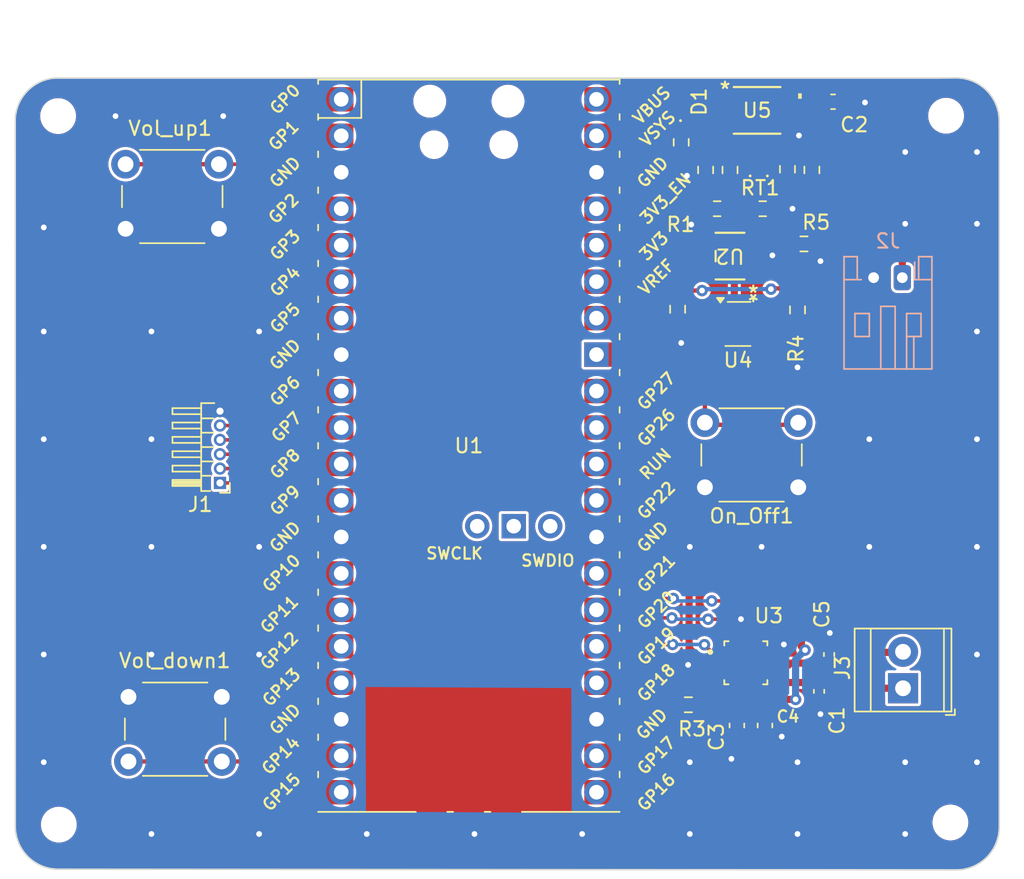
<source format=kicad_pcb>
(kicad_pcb (version 20240108) (generator "pcbnew") (generator_version "8.0")
  (layers (0 "F.Cu" signal) (31 "B.Cu" signal) (34 "B.Paste" user) (35 "F.Paste" user) (36 "B.SilkS" user "B.Silkscreen") (37 "F.SilkS" user "F.Silkscreen") (38 "B.Mask" user) (39 "F.Mask" user) (44 "Edge.Cuts" user))
  (net 0 "")
  (net 1 "Net-(U1-GPIO1)")
  (net 2 "+3V3")
  (net 14 "/V_LOAD")
  (net 15 "Net-(On_Off1-B)")
  (net 19 "GND")
  (net 20 "Net-(U1-GPIO15)")
  (net 21 "Net-(J1-Pin_4)")
  (net 22 "Net-(J1-Pin_5)")
  (net 23 "Net-(U5-VSS)")
  (net 24 "Net-(U5-STAT1)")
  (net 25 "Net-(U3-SD_MODE)")
  (net 27 "VBUS")
  (net 28 "Net-(U5-STAT2)")
  (net 29 "Net-(U5-THERM)")
  (net 30 "Net-(U5-PG)")
  (net 31 "Net-(R1-Pad1)")
  (net 32 "Net-(D3-K)")
  (net 33 "Net-(D2-K)")
  (net 34 "Net-(D1-K)")
  (net 35 "Net-(J1-Pin_2)")
  (net 36 "/ENABLE")
  (net 39 "Net-(J1-Pin_3)")
  (net 42 "Net-(J1-Pin_1)")
  (net 46 "Net-(J3-Pin_1)")
  (net 47 "Net-(J3-Pin_2)")
  (net 48 "/D_in")
  (net 49 "/LRCLK")
  (net 50 "/BCLK")
  (net 59 "VSYS")
  (net 68 "Net-(U4-OUT)")
  (footprint "Capacitor_SMD:C_0402_1005Metric_Pad0.74x0.62mm_HandSolder" (layer "F.Cu") (at 134 105.0675 -90)
    (property "Reference" "C1")
    (property "Value" "220p")
  )
  (footprint "jacob_lib:21-0057F_MXM" (layer "F.Cu") (at 127.8 74.75 180)
    (property "Reference" "U2")
    (property "Value" "MAX40203AUK+T")
  )
  (footprint "Resistor_SMD:R_0603_1608Metric_Pad0.98x0.95mm_HandSolder" (layer "F.Cu") (at 132.95 73.9 180)
    (property "Reference" "R5")
    (property "Value" "20k")
  )
  (footprint "Capacitor_SMD:C_0402_1005Metric_Pad0.74x0.62mm_HandSolder" (layer "F.Cu") (at 134.7 102.5 90)
    (property "Reference" "C5")
    (property "Value" "220p")
  )
  (footprint "Resistor_SMD:R_0603_1608Metric_Pad0.98x0.95mm_HandSolder" (layer "F.Cu") (at 124.9 106 180)
    (property "Reference" "R3")
    (property "Value" "1M")
  )
  (footprint "LED_SMD:LED_0402_1005Metric_Pad0.77x0.64mm_HandSolder" (layer "F.Cu") (at 130.4 67.9 90)
    (property "Reference" "D2" (hide yes))
    (property "Value" "LED_ORANGE")
  )
  (footprint "Resistor_SMD:R_0603_1608Metric" (layer "F.Cu") (at 127.8 68.75 -90)
    (property "Reference" "RT2" (hide yes))
    (property "Value" "1K")
  )
  (footprint "MountingHole:MountingHole_2mm" (layer "F.Cu") (at 143.15 114.2)
    (property "Reference" "H4")
    (property "Value" "MountingHole")
  )
  (footprint "RPi_Pico:RPi_PicoW_SMD_TH" (layer "F.Cu") (at 109.61 87.96)
    (property "Reference" "U1")
    (property "Value" "PicoW")
  )
  (footprint "Resistor_SMD:R_0603_1608Metric" (layer "F.Cu") (at 133.5 68.75 90)
    (property "Reference" "R_Stat2_LED1" (hide yes))
    (property "Value" "1K")
  )
  (footprint "Capacitor_SMD:C_0603_1608Metric" (layer "F.Cu") (at 134.975 64)
    (property "Reference" "C2")
    (property "Value" "10 uF")
  )
  (footprint "Button_Switch_THT:SW_PUSH_6mm_H9.5mm" (layer "F.Cu") (at 132.55 90.85 180)
    (property "Reference" "On_Off1")
    (property "Value" "SW_SPST")
  )
  (footprint "Resistor_SMD:R_0603_1608Metric" (layer "F.Cu") (at 126.1 68.75 -90)
    (property "Reference" "R2" (hide yes))
    (property "Value" "2K")
  )
  (footprint "TerminalBlock_TE-Connectivity:TerminalBlock_TE_282834-2_1x02_P2.54mm_Horizontal" (layer "F.Cu") (at 139.85 104.85 90)
    (property "Reference" "J3")
    (property "Value" "Speaker Output Pins")
  )
  (footprint "Resistor_SMD:R_0603_1608Metric_Pad0.98x0.95mm_HandSolder" (layer "F.Cu") (at 124.15 78.45 -90)
    (property "Reference" "R6" (hide yes))
    (property "Value" "20k")
  )
  (footprint "Capacitor_SMD:C_0603_1608Metric" (layer "F.Cu") (at 128.2776 107.4434 -90)
    (property "Reference" "C3")
    (property "Value" "10 uF")
  )
  (footprint "footprints:MSOP10_MC_MCH-L" (layer "F.Cu") (at 129.6849 64.6)
    (property "Reference" "U5")
    (property "Value" "MCP73833")
  )
  (footprint "LED_SMD:LED_0402_1005Metric_Pad0.77x0.64mm_HandSolder" (layer "F.Cu") (at 129.2 67.9 90)
    (property "Reference" "D3" (hide yes))
    (property "Value" "LED_RED")
  )
  (footprint "Button_Switch_THT:SW_PUSH_6mm_H9.5mm" (layer "F.Cu") (at 92.2 72.85 180)
    (property "Reference" "Vol_up1")
    (property "Value" "SW_SPST")
  )
  (footprint "Resistor_SMD:R_0603_1608Metric" (layer "F.Cu") (at 130.075 71.45)
    (property "Reference" "RT1")
    (property "Value" "150K")
  )
  (footprint "Resistor_SMD:R_0603_1608Metric" (layer "F.Cu") (at 126.9 71.45 180)
    (property "Reference" "R1")
    (property "Value" "2K")
  )
  (footprint "MountingHole:MountingHole_2mm" (layer "F.Cu") (at 81.05 114.35)
    (property "Reference" "H3")
    (property "Value" "MountingHole")
  )
  (footprint "Connector_PinHeader_1.00mm:PinHeader_1x06_P1.00mm_Horizontal" (layer "F.Cu") (at 92.275 90.55 180)
    (property "Reference" "J1")
    (property "Value" "Conn_01x06_Pin")
  )
  (footprint "Capacitor_SMD:C_0603_1608Metric" (layer "F.Cu") (at 130.2334 107.4434 -90)
    (property "Reference" "C4")
    (property "Value" "0.1 uF" (hide yes))
  )
  (footprint "LED_SMD:LED_0402_1005Metric_Pad0.77x0.64mm_HandSolder" (layer "F.Cu") (at 124.35 64.05 90)
    (property "Reference" "D1")
    (property "Value" "LED_GREEN")
  )
  (footprint "MountingHole:MountingHole_2mm" (layer "F.Cu") (at 81.0006 64.9986)
    (property "Reference" "H1")
    (property "Value" "MountingHole" (hide yes))
  )
  (footprint "Resistor_SMD:R_0603_1608Metric" (layer "F.Cu") (at 131.8 68.7 90)
    (property "Reference" "R_Stat1_LED1" (hide yes))
    (property "Value" "1K")
  )
  (footprint "jacob_lib:QFN50P300X300X80-17N" (layer "F.Cu") (at 128.9 103.075)
    (property "Reference" "U3")
    (property "Value" "MAX98357AETE_T")
  )
  (footprint "Resistor_SMD:R_0603_1608Metric_Pad0.98x0.95mm_HandSolder" (layer "F.Cu") (at 132.5 78.5 90)
    (property "Reference" "R4")
    (property "Value" "10k")
  )
  (footprint "Button_Switch_THT:SW_PUSH_6mm_H8mm" (layer "F.Cu") (at 85.9 105.45)
    (property "Reference" "Vol_down1")
    (property "Value" "SW_SPST")
  )
  (footprint "Resistor_SMD:R_0603_1608Metric" (layer "F.Cu") (at 124.4 66.825 -90)
    (property "Reference" "R_PG_LED1" (hide yes))
    (property "Value" "1K")
  )
  (footprint "Package_TO_SOT_SMD:TSOT-23-6_HandSoldering" (layer "F.Cu") (at 128.35 79.45)
    (property "Reference" "U4")
    (property "Value" "MAX16054AZT_T")
  )
  (footprint "MountingHole:MountingHole_2mm" (layer "F.Cu") (at 142.8496 64.9732)
    (property "Reference" "H2")
    (property "Value" "MountingHole" (hide yes))
  )
  (footprint "Connector_JST:JST_PH_S2B-PH-K_1x02_P2.00mm_Horizontal" (layer "B.Cu") (at 139.8 76.25 180)
    (property "Reference" "J2")
    (property "Value" "JST Battery")
  )
  (gr_line (start 143.548393 62.3399) (end 142.2 62.35) (stroke (width 0.1)) (layer "Edge.Cuts"))
  (gr_line (start 146.545593 65.28673) (end 146.55 66.2) (stroke (width 0.1)) (layer "Edge.Cuts"))
  (gr_arc (start 146.55 114.5028) (mid 145.67214 116.62214) (end 143.5528 117.5) (stroke (width 0.1)) (layer "Edge.Cuts"))
  (gr_arc (start 81.01934 117.45) (mid 78.9 116.57214) (end 78.02214 114.4528) (stroke (width 0.1)) (layer "Edge.Cuts"))
  (gr_line (start 81.01934 117.45) (end 143.5528 117.5) (stroke (width 0.1)) (layer "Edge.Cuts"))
  (gr_arc (start 78.014125 65.3472) (mid 78.818149 63.30121) (end 80.8 62.35) (stroke (width 0.1)) (layer "Edge.Cuts"))
  (gr_line (start 146.55 114.25) (end 146.55 66.2) (stroke (width 0.1)) (layer "Edge.Cuts"))
  (gr_line (start 78.014125 65.3472) (end 78.02214 114.4528) (stroke (width 0.1)) (layer "Edge.Cuts"))
  (gr_line (start 146.55 114.5028) (end 146.55 114.25) (stroke (width 0.1)) (layer "Edge.Cuts"))
  (gr_arc (start 143.548393 62.3399) (mid 145.65 63.2) (end 146.545593 65.28673) (stroke (width 0.1)) (layer "Edge.Cuts"))
  (gr_line (start 80.8 62.35) (end 142.2 62.35) (stroke (width 0.1)) (layer "Edge.Cuts"))
  (segment (start 85.699999 68.35) (end 92.199999 68.35) (width 0.3) (layer "F.Cu") (net 1))
  (segment (start 92.2 68.349999) (end 93.150001 68.349999) (width 0.3) (layer "F.Cu") (net 1))
  (segment (start 92.199999 68.35) (end 92.2 68.349999) (width 0.3) (layer "F.Cu") (net 1))
  (segment (start 97.38 66.37) (end 100.72 66.37) (width 0.25) (layer "F.Cu") (net 1))
  (segment (start 95.4 68.35) (end 97.38 66.37) (width 0.25) (layer "F.Cu") (net 1))
  (segment (start 92.2 68.35) (end 95.4 68.35) (width 0.25) (layer "F.Cu") (net 1))
  (segment (start 129.5476 105.6524) (end 129.573 105.627) (width 0.5) (layer "F.Cu") (net 2))
  (segment (start 124.95 97) (end 124.95 102.05) (width 0.5) (layer "F.Cu") (net 2))
  (segment (start 127.3486 105.6524) (end 128.2776 105.6524) (width 0.5) (layer "F.Cu") (net 2))
  (segment (start 126.9422 106.0588) (end 127.3486 105.6524) (width 0.5) (layer "F.Cu") (net 2))
  (segment (start 129.573 105.627) (end 130.2588 105.627) (width 0.5) (layer "F.Cu") (net 2))
  (segment (start 129.65 104.51) (end 129.65 105.55) (width 0.3) (layer "F.Cu") (net 2))
  (segment (start 122.8 75.85) (end 122.8 95.75) (width 0.5) (layer "F.Cu") (net 2))
  (segment (start 128.2776 106.6684) (end 128.2776 105.6524) (width 0.5) (layer "F.Cu") (net 2))
  (segment (start 130.2334 106.6684) (end 130.2334 105.6524) (width 0.5) (layer "F.Cu") (net 2))
  (segment (start 124.95 102.05) (end 125.65 102.75) (width 0.5) (layer "F.Cu") (net 2))
  (segment (start 125.1 96.85) (end 124.95 97) (width 0.5) (layer "F.Cu") (net 2))
  (segment (start 132.768 101.933) (end 133.0255 102.1905) (width 0.5) (layer "F.Cu") (net 2))
  (segment (start 123.9 96.85) (end 124.8 96.85) (width 0.5) (layer "F.Cu") (net 2))
  (segment (start 124.8 96.85) (end 125.1 96.85) (width 0.5) (layer "F.Cu") (net 2))
  (segment (start 124.8 96.85) (end 129.686 96.85) (width 0.5) (layer "F.Cu") (net 2))
  (segment (start 129.65 105.55) (end 129.573 105.627) (width 0.25) (layer "F.Cu") (net 2))
  (segment (start 125.6595 106.0588) (end 126.9422 106.0588) (width 0.5) (layer "F.Cu") (net 2))
  (segment (start 122.8 95.75) (end 123.9 96.85) (width 0.5) (layer "F.Cu") (net 2))
  (segment (start 129.15 105.204) (end 129.573 105.627) (width 0.3) (layer "F.Cu") (net 2))
  (segment (start 129.686 96.85) (end 132.768 99.932) (width 0.5) (layer "F.Cu") (net 2))
  (segment (start 128.2776 105.6524) (end 129.5476 105.6524) (width 0.5) (layer "F.Cu") (net 2))
  (segment (start 125.65 102.75) (end 125.755 102.75) (width 0.5) (layer "F.Cu") (net 2))
  (segment (start 132.768 99.932) (end 132.768 101.933) (width 0.5) (layer "F.Cu") (net 2))
  (segment (start 127.465 102.825) (end 125.755 102.825) (width 0.3) (layer "F.Cu") (net 2))
  (segment (start 120.94 73.99) (end 122.8 75.85) (width 0.5) (layer "F.Cu") (net 2))
  (segment (start 118.5 73.99) (end 120.94 73.99) (width 0.5) (layer "F.Cu") (net 2))
  (segment (start 130.2588 105.627) (end 132.367 105.627) (width 0.5) (layer "F.Cu") (net 2))
  (segment (start 129.15 104.51) (end 129.15 105.204) (width 0.25) (layer "F.Cu") (net 2))
  (segment (start 130.2334 105.6524) (end 130.2588 105.627) (width 0.5) (layer "F.Cu") (net 2))
  (via (at 132.367 105.627) (size 0.8) (drill 0.4) (layers "F.Cu" "B.Cu") (net 2))
  (via (at 133.0255 102.1905) (size 0.8) (drill 0.4) (layers "F.Cu" "B.Cu") (net 2))
  (segment (start 133.0255 102.1905) (end 132.367 102.849) (width 0.5) (layer "B.Cu") (net 2))
  (segment (start 132.367 102.849) (end 132.367 105.627) (width 0.5) (layer "B.Cu") (net 2))
  (segment (start 134.85 71.7) (end 136.55 73.4) (width 0.5) (layer "F.Cu") (net 14))
  (segment (start 134.85 70.75) (end 133 72.6) (width 0.5) (layer "F.Cu") (net 14))
  (segment (start 134.85 70.35) (end 134.85 70.75) (width 0.5) (layer "F.Cu") (net 14))
  (segment (start 139.8 73.7) (end 139.8 76.25) (width 0.5) (layer "F.Cu") (net 14))
  (segment (start 134.099999 64.100001) (end 134.2 64) (width 0.3) (layer "F.Cu") (net 14))
  (segment (start 128.1 75.7) (end 128.1 77.8) (width 0.5) (layer "F.Cu") (net 14))
  (segment (start 134.2 64) (end 134.2 65.15) (width 0.5) (layer "F.Cu") (net 14))
  (segment (start 127.9 72.6) (end 127.8 72.7) (width 0.5) (layer "F.Cu") (net 14))
  (segment (start 127.8 75.4) (end 128.1 75.7) (width 0.5) (layer "F.Cu") (net 14))
  (segment (start 139.5 73.4) (end 139.8 73.7) (width 0.5) (layer "F.Cu") (net 14))
  (segment (start 134.85 70.35) (end 134.85 71.7) (width 0.5) (layer "F.Cu") (net 14))
  (segment (start 131.6788 64.100001) (end 134.099999 64.100001) (width 0.3) (layer "F.Cu") (net 14))
  (segment (start 136.55 73.4) (end 139.5 73.4) (width 0.5) (layer "F.Cu") (net 14))
  (segment (start 133 72.6) (end 127.9 72.6) (width 0.5) (layer "F.Cu") (net 14))
  (segment (start 134.2 64) (end 133.775 64) (width 0.3) (layer "F.Cu") (net 14))
  (segment (start 128.1 77.8) (end 128.8 78.5) (width 0.5) (layer "F.Cu") (net 14))
  (segment (start 127.8 72.7) (end 127.8 75.4) (width 0.5) (layer "F.Cu") (net 14))
  (segment (start 128.8 78.5) (end 130.06 78.5) (width 0.5) (layer "F.Cu") (net 14))
  (segment (start 128.1 75.7) (end 129.15 75.7) (width 0.5) (layer "F.Cu") (net 14))
  (segment (start 134.2 65.15) (end 134.85 65.8) (width 0.5) (layer "F.Cu") (net 14))
  (segment (start 134.85 65.8) (end 134.85 70.35) (width 0.5) (layer "F.Cu") (net 14))
  (segment (start 132.4 86.5) (end 126.2 86.5) (width 0.3) (layer "F.Cu") (net 15))
  (segment (start 132.55 86.35) (end 132.4 86.5) (width 0.3) (layer "F.Cu") (net 15))
  (segment (start 127.45 78.5) (end 126.64 78.5) (width 0.3) (layer "F.Cu") (net 15))
  (segment (start 126.2 86.5) (end 126.05 86.35) (width 0.3) (layer "F.Cu") (net 15))
  (segment (start 128.45 79.5) (end 127.45 78.5) (width 0.3) (layer "F.Cu") (net 15))
  (segment (start 126.05 86.35) (end 126.05 84.15) (width 0.3) (layer "F.Cu") (net 15))
  (segment (start 126.05 84.15) (end 128.45 81.75) (width 0.3) (layer "F.Cu") (net 15))
  (segment (start 128.45 81.75) (end 128.45 79.5) (width 0.3) (layer "F.Cu") (net 15))
  (segment (start 128.65 101.64) (end 128.65 100.123402) (width 0.25) (layer "F.Cu") (net 19))
  (segment (start 125.225 69.575) (end 124.8 69.15) (width 0.3) (layer "F.Cu") (net 19))
  (segment (start 128.65 102.45) (end 128.65 101.64) (width 0.3) (layer "F.Cu") (net 19))
  (segment (start 134 106.55) (end 134.1 106.65) (width 0.5) (layer "F.Cu") (net 19))
  (segment (start 126.1 69.575) (end 125.225 69.575) (width 0.3) (layer "F.Cu") (net 19))
  (segment (start 131.4012 108.2184) (end 131.4018 108.2178) (width 0.3) (layer "F.Cu") (net 19))
  (segment (start 134.7 101.05) (end 134.75 101) (width 0.5) (layer "F.Cu") (net 19))
  (segment (start 124.88 103.22) (end 124.985 103.325) (width 0.25) (layer "F.Cu") (net 19))
  (segment (start 124.15 79.3625) (end 124.15 80.55) (width 0.5) (layer "F.Cu") (net 19))
  (segment (start 130.7 74.75) (end 130.75 74.7) (width 0.3) (layer "F.Cu") (net 19))
  (segment (start 131.6788 65.600001) (end 132.300001 65.600001) (width 0.3) (layer "F.Cu") (net 19))
  (segment (start 132.300001 65.600001) (end 132.6 65.9) (width 0.3) (layer "F.Cu") (net 19))
  (segment (start 133.8625 73.9) (end 133.8625 74.8625) (width 0.3) (layer "F.Cu") (net 19))
  (segment (start 130.335 102.825) (end 129.15 102.825) (width 0.25) (layer "F.Cu") (net 19))
  (segment (start 99.97718 93.9038) (end 101.3968 93.9038) (width 0.25) (layer "F.Cu") (net 19))
  (segment (start 127.8966 109.691) (end 127.8966 109.7672) (width 0.3) (layer "F.Cu") (net 19))
  (segment (start 128.65 103.325) (end 128.9 103.075) (width 0.25) (layer "F.Cu") (net 19))
  (segment (start 128.2776 108.2184) (end 128.2776 109.31) (width 0.3) (layer "F.Cu") (net 19))
  (segment (start 124.15 80.55) (end 124.4 80.8) (width 0.5) (layer "F.Cu") (net 19))
  (segment (start 127.465 103.325) (end 128.65 103.325) (width 0.25) (layer "F.Cu") (net 19))
  (segment (start 131.55 102.38) (end 131.55 101.8) (width 0.25) (layer "F.Cu") (net 19))
  (segment (start 128.9 102.7) (end 128.65 102.45) (width 0.3) (layer "F.Cu") (net 19))
  (segment (start 130.2334 108.2184) (end 131.4012 108.2184) (width 0.3) (layer "F.Cu") (net 19))
  (segment (start 125.1 72.425) (end 126.075 71.45) (width 0.3) (layer "F.Cu") (net 19))
  (segment (start 130.335 102.825) (end 130.925 102.825) (width 0.25) (layer "F.Cu") (net 19))
  (segment (start 131.37 102.38) (end 131.55 102.38) (width 0.25) (layer "F.Cu") (net 19))
  (segment (start 129.15 102.825) (end 128.9 103.075) (width 0.25) (layer "F.Cu") (net 19))
  (segment (start 135.75 64) (end 137.15 64) (width 0.3) (layer "F.Cu") (net 19))
  (segment (start 124.985 103.325) (end 127.465 103.325) (width 0.25) (layer "F.Cu") (net 19))
  (segment (start 137.15 64) (end 137.2 64.05) (width 0.3) (layer "F.Cu") (net 19))
  (segment (start 128.9 103.075) (end 128.9 102.7) (width 0.3) (layer "F.Cu") (net 19))
  (segment (start 130.925 102.825) (end 131.37 102.38) (width 0.25) (layer "F.Cu") (net 19))
  (segment (start 129.15 74.75) (end 130.7 74.75) (width 0.3) (layer "F.Cu") (net 19))
  (segment (start 99.205256 93.9038) (end 101.3968 93.9038) (width 0.25) (layer "F.Cu") (net 19))
  (segment (start 134.7 101.9325) (end 134.7 101.05) (width 0.5) (layer "F.Cu") (net 19))
  (segment (start 130.9 71.45) (end 132.15 71.45) (width 0.3) (layer "F.Cu") (net 19))
  (segment (start 133.8625 74.8625) (end 134.1 75.1) (width 0.3) (layer "F.Cu") (net 19))
  (segment (start 128.2522 109.3354) (end 127.8966 109.691) (width 0.3) (layer "F.Cu") (net 19))
  (segment (start 128.65 100.123402) (end 128.561299 100.034701) (width 0.25) (layer "F.Cu") (net 19))
  (segment (start 128.2776 109.31) (end 128.2522 109.3354) (width 0.3) (layer "F.Cu") (net 19))
  (segment (start 134 105.635) (end 134 106.55) (width 0.5) (layer "F.Cu") (net 19))
  (segment (start 125.1 72.55) (end 125.1 72.425) (width 0.3) (layer "F.Cu") (net 19))
  (segment (start 132.6 65.9) (end 132.6 66.35) (width 0.3) (layer "F.Cu") (net 19))
  (via (at 87.5 87.5) (size 0.8) (drill 0.4) (layers "F.Cu" "B.Cu") (net 19))
  (via (at 125 95) (size 0.8) (drill 0.4) (layers "F.Cu" "B.Cu") (net 19))
  (via (at 145 102.5) (size 0.8) (drill 0.4) (layers "F.Cu" "B.Cu") (net 19))
  (via (at 132.6 66.35) (size 0.8) (drill 0.4) (layers "F.Cu" "B.Cu") (net 19))
  (via (at 124.4 80.8) (size 0.8) (drill 0.4) (layers "F.Cu" "B.Cu") (net 19))
  (via (at 145 87.5) (size 0.8) (drill 0.4) (layers "F.Cu" "B.Cu") (net 19))
  (via (at 95 80) (size 0.8) (drill 0.4) (layers "F.Cu" "B.Cu") (net 19))
  (via (at 145 110) (size 0.8) (drill 0.4) (layers "F.Cu" "B.Cu") (net 19))
  (via (at 137.5 87.5) (size 0.8) (drill 0.4) (layers "F.Cu" "B.Cu") (net 19))
  (via (at 128.561299 100.034701) (size 0.8) (drill 0.4) (layers "F.Cu" "B.Cu") (net 19))
  (via (at 92.5 65) (size 0.8) (drill 0.4) (layers "F.Cu" "B.Cu") (net 19))
  (via (at 145 80) (size 0.8) (drill 0.4) (layers "F.Cu" "B.Cu") (net 19))
  (via (at 124.8 69.15) (size 0.8) (drill 0.4) (layers "F.Cu" "B.Cu") (net 19))
  (via (at 140 67.5) (size 0.8) (drill 0.4) (layers "F.Cu" "B.Cu") (net 19))
  (via (at 95 115) (size 0.8) (drill 0.4) (layers "F.Cu" "B.Cu") (net 19))
  (via (at 87.5 95) (size 0.8) (drill 0.4) (layers "F.Cu" "B.Cu") (net 19))
  (via (at 80 72.75) (size 0.8) (drill 0.4) (layers "F.Cu" "B.Cu") (net 19))
  (via (at 95 95) (size 0.8) (drill 0.4) (layers "F.Cu" "B.Cu") (net 19))
  (via (at 137.2 64.05) (size 0.8) (drill 0.4) (layers "F.Cu" "B.Cu") (net 19))
  (via (at 87.5 115) (size 0.8) (drill 0.4) (layers "F.Cu" "B.Cu") (net 19))
  (via (at 134.1 106.65) (size 0.8) (drill 0.4) (layers "F.Cu" "B.Cu") (net 19))
  (via (at 145 67.5) (size 0.8) (drill 0.4) (layers "F.Cu" "B.Cu") (net 19))
  (via (at 132.5 82.5) (size 0.8) (drill 0.4) (layers "F.Cu" "B.Cu") (net 19))
  (via (at 95 102.5) (size 0.8) (drill 0.4) (layers "F.Cu" "B.Cu") (net 19))
  (via (at 117.5 115) (size 0.8) (drill 0.4) (layers "F.Cu" "B.Cu") (net 19))
  (via (at 145 95) (size 0.8) (drill 0.4) (layers "F.Cu" "B.Cu") (net 19))
  (via (at 110 115) (size 0.8) (drill 0.4) (layers "F.Cu" "B.Cu") (net 19))
  (via (at 132.15 71.45) (size 0.8) (drill 0.4) (layers "F.Cu" "B.Cu") (net 19))
  (via (at 130 95) (size 0.8) (drill 0.4) (layers "F.Cu" "B.Cu") (net 19))
  (via (at 102.5 115) (size 0.8) (drill 0.4) (layers "F.Cu" "B.Cu") (net 19))
  (via (at 130.75 74.7) (size 0.8) (drill 0.4) (layers "F.Cu" "B.Cu") (net 19))
  (via (at 134.1 75.1) (size 0.8) (drill 0.4) (layers "F.Cu" "B.Cu") (net 19))
  (via (at 140 115) (size 0.8) (drill 0.4) (layers "F.Cu" "B.Cu") (net 19))
  (via (at 80 110) (size 0.8) (drill 0.4) (layers "F.Cu" "B.Cu") (net 19))
  (via (at 140 110) (size 0.8) (drill 0.4) (layers "F.Cu" "B.Cu") (net 19))
  (via (at 125 110) (size 0.8) (drill 0.4) (layers "F.Cu" "B.Cu") (net 19))
  (via (at 131.4018 108.2178) (size 0.8) (drill 0.4) (layers "F.Cu" "B.Cu") (net 19))
  (via (at 80 87.5) (size 0.8) (drill 0.4) (layers "F.Cu" "B.Cu") (net 19))
  (via (at 127.8966 109.7672) (size 0.8) (drill 0.4) (layers "F.Cu" "B.Cu") (net 19))
  (via (at 140 72.5) (size 0.8) (drill 0.4) (layers "F.Cu" "B.Cu") (net 19))
  (via (at 132.5 115) (size 0.8) (drill 0.4) (layers "F.Cu" "B.Cu") (net 19))
  (via (at 124.88 103.22) (size 0.8) (drill 0.4) (layers "F.Cu" "B.Cu") (net 19))
  (via (at 85 65) (size 0.8) (drill 0.4) (layers "F.Cu" "B.Cu") (net 19))
  (via (at 132.5 110) (size 0.8) (drill 0.4) (layers "F.Cu" "B.Cu") (net 19))
  (via (at 80 80) (size 0.8) (drill 0.4) (layers "F.Cu" "B.Cu") (net 19))
  (via (at 145 72.5) (size 0.8) (drill 0.4) (layers "F.Cu" "B.Cu") (net 19))
  (via (at 125.1 72.55) (size 0.8) (drill 0.4) (layers "F.Cu" "B.Cu") (net 19))
  (via (at 87.5 102.5) (size 0.8) (drill 0.4) (layers "F.Cu" "B.Cu") (net 19))
  (via (at 134.75 101) (size 0.8) (drill 0.4) (layers "F.Cu" "B.Cu") (net 19))
  (via (at 125 115) (size 0.8) (drill 0.4) (layers "F.Cu" "B.Cu") (net 19))
  (via (at 131.55 101.8) (size 0.8) (drill 0.4) (layers "F.Cu" "B.Cu") (net 19))
  (via (at 80 95) (size 0.8) (drill 0.4) (layers "F.Cu" "B.Cu") (net 19))
  (via (at 80 102.5) (size 0.8) (drill 0.4) (layers "F.Cu" "B.Cu") (net 19))
  (via (at 137.5 95) (size 0.8) (drill 0.4) (layers "F.Cu" "B.Cu") (net 19))
  (via (at 87.5 80) (size 0.8) (drill 0.4) (layers "F.Cu" "B.Cu") (net 19))
  (segment (start 96.64 112.09) (end 100.72 112.09) (width 0.3) (layer "F.Cu") (net 20))
  (segment (start 92.4 109.95) (end 94.5 109.95) (width 0.3) (layer "F.Cu") (net 20))
  (segment (start 94.5 109.95) (end 96.64 112.09) (width 0.3) (layer "F.Cu") (net 20))
  (segment (start 85.9 109.95) (end 92.4 109.95) (width 0.3) (layer "F.Cu") (net 20))
  (segment (start 95.55 87.55) (end 96 87.1) (width 0.25) (layer "F.Cu") (net 21))
  (segment (start 92.275 87.55) (end 95.55 87.55) (width 0.25) (layer "F.Cu") (net 21))
  (segment (start 100.31 87.1) (end 100.72 86.69) (width 0.25) (layer "F.Cu") (net 21))
  (segment (start 96 87.1) (end 100.31 87.1) (width 0.25) (layer "F.Cu") (net 21))
  (segment (start 92.275 86.55) (end 94.8 86.55) (width 0.25) (layer "F.Cu") (net 22))
  (segment (start 97.2 84.15) (end 100.72 84.15) (width 0.25) (layer "F.Cu") (net 22))
  (segment (start 94.8 86.55) (end 97.2 84.15) (width 0.25) (layer "F.Cu") (net 22))
  (segment (start 126.35 66.8) (end 126.35 66) (width 0.3) (layer "F.Cu") (net 23))
  (segment (start 126.35 66) (end 126.749999 65.600001) (width 0.3) (layer "F.Cu") (net 23))
  (segment (start 126.1 67.05) (end 126.35 66.8) (width 0.3) (layer "F.Cu") (net 23))
  (segment (start 126.1 67.925) (end 126.1 67.05) (width 0.3) (layer "F.Cu") (net 23))
  (segment (start 126.749999 65.600001) (end 127.691 65.600001) (width 0.3) (layer "F.Cu") (net 23))
  (segment (start 128.8 64.9) (end 128.5 64.6) (width 0.3) (layer "F.Cu") (net 24))
  (segment (start 127.8 67.4) (end 128.8 66.4) (width 0.3) (layer "F.Cu") (net 24))
  (segment (start 128.5 64.6) (end 127.691 64.6) (width 0.3) (layer "F.Cu") (net 24))
  (segment (start 128.8 66.4) (end 128.8 64.9) (width 0.3) (layer "F.Cu") (net 24))
  (segment (start 127.8 67.925) (end 127.8 67.4) (width 0.3) (layer "F.Cu") (net 24))
  (segment (start 125.4836 103.8236) (end 124.9756 104.3316) (width 0.3) (layer "F.Cu") (net 25))
  (segment (start 124.9756 104.3316) (end 123.985 104.3316) (width 0.3) (layer "F.Cu") (net 25))
  (segment (start 127.465 103.825) (end 125.485 103.825) (width 0.3) (layer "F.Cu") (net 25))
  (segment (start 123.985 104.3316) (end 123.8345 104.4821) (width 0.3) (layer "F.Cu") (net 25))
  (segment (start 123.8345 104.4821) (end 123.8345 106.0588) (width 0.3) (layer "F.Cu") (net 25))
  (segment (start 125.485 103.825) (end 125.4836 103.8236) (width 0.3) (layer "F.Cu") (net 25))
  (segment (start 125.6775 63.4775) (end 125.8 63.6) (width 0.5) (layer "F.Cu") (net 27))
  (segment (start 122.6225 63.4775) (end 124.35 63.4775) (width 0.5) (layer "F.Cu") (net 27))
  (segment (start 128.9 64.1) (end 128.45 64.1) (width 0.3) (layer "F.Cu") (net 27))
  (segment (start 128.9 64.1) (end 129.3 64.5) (width 0.3) (layer "F.Cu") (net 27))
  (segment (start 128.45 64.1) (end 128.449999 64.100001) (width 0.3) (layer "F.Cu") (net 27))
  (segment (start 129.3 64.5) (end 129.3 67.227499) (width 0.3) (layer "F.Cu") (net 27))
  (segment (start 129.3 67.227499) (end 129.2 67.327499) (width 0.3) (layer "F.Cu") (net 27))
  (segment (start 124.35 63.4775) (end 125.6775 63.4775) (width 0.5) (layer "F.Cu") (net 27))
  (segment (start 128.9 63.65) (end 128.9 64.1) (width 0.3) (layer "F.Cu") (net 27))
  (segment (start 128.449999 64.100001) (end 127.691 64.100001) (width 0.3) (layer "F.Cu") (net 27))
  (segment (start 125.8 63.6) (end 128.85 63.6) (width 0.3) (layer "F.Cu") (net 27))
  (segment (start 122.27 63.83) (end 122.6225 63.4775) (width 0.5) (layer "F.Cu") (net 27))
  (segment (start 125.8 63.6) (end 125.800001 63.599999) (width 0.3) (layer "F.Cu") (net 27))
  (segment (start 129.2 67.327499) (end 130.4 67.327499) (width 0.3) (layer "F.Cu") (net 27))
  (segment (start 128.85 63.6) (end 128.9 63.65) (width 0.3) (layer "F.Cu") (net 27))
  (segment (start 125.800001 63.599999) (end 127.691 63.599999) (width 0.3) (layer "F.Cu") (net 27))
  (segment (start 118.5 63.83) (end 122.27 63.83) (width 0.5) (layer "F.Cu") (net 27))
  (segment (start 125.7 66.5) (end 124.55 67.65) (width 0.3) (layer "F.Cu") (net 28))
  (segment (start 125.750001 65.099999) (end 125.7 65.15) (width 0.3) (layer "F.Cu") (net 28))
  (segment (start 125.7 65.15) (end 125.7 66.5) (width 0.3) (layer "F.Cu") (net 28))
  (segment (start 124.55 67.65) (end 124.4 67.65) (width 0.3) (layer "F.Cu") (net 28))
  (segment (start 127.691 65.099999) (end 125.750001 65.099999) (width 0.3) (layer "F.Cu") (net 28))
  (segment (start 130.35 64.8) (end 130.55 64.6) (width 0.3) (layer "F.Cu") (net 29))
  (segment (start 131.8 67.05) (end 131 66.25) (width 0.3) (layer "F.Cu") (net 29))
  (segment (start 130.55 64.6) (end 131.6788 64.6) (width 0.3) (layer "F.Cu") (net 29))
  (segment (start 130.35 66.25) (end 130.35 64.8) (width 0.3) (layer "F.Cu") (net 29))
  (segment (start 131 66.25) (end 130.35 66.25) (width 0.3) (layer "F.Cu") (net 29))
  (segment (start 131.8 67.875) (end 131.8 67.05) (width 0.3) (layer "F.Cu") (net 29))
  (segment (start 133.5 67.925) (end 133.5 65.9) (width 0.3) (layer "F.Cu") (net 30))
  (segment (start 133.5 65.9) (end 132.699999 65.099999) (width 0.3) (layer "F.Cu") (net 30))
  (segment (start 132.699999 65.099999) (end 131.6788 65.099999) (width 0.3) (layer "F.Cu") (net 30))
  (segment (start 127.8 69.575) (end 127.8 71.375) (width 0.3) (layer "F.Cu") (net 31))
  (segment (start 127.725 71.45) (end 129.25 71.45) (width 0.3) (layer "F.Cu") (net 31))
  (segment (start 127.8 71.375) (end 127.725 71.45) (width 0.3) (layer "F.Cu") (net 31))
  (segment (start 129.2 68.472501) (end 129.2 69.35) (width 0.3) (layer "F.Cu") (net 32))
  (segment (start 129.375 69.525) (end 131.8 69.525) (width 0.3) (layer "F.Cu") (net 32))
  (segment (start 129.2 69.35) (end 129.375 69.525) (width 0.3) (layer "F.Cu") (net 32))
  (segment (start 130.772501 68.472501) (end 131 68.7) (width 0.3) (layer "F.Cu") (net 33))
  (segment (start 130.4 68.472501) (end 130.772501 68.472501) (width 0.3) (layer "F.Cu") (net 33))
  (segment (start 131 68.7) (end 132.35 68.7) (width 0.3) (layer "F.Cu") (net 33))
  (segment (start 132.35 68.7) (end 133.225 69.575) (width 0.3) (layer "F.Cu") (net 33))
  (segment (start 133.225 69.575) (end 133.5 69.575) (width 0.3) (layer "F.Cu") (net 33))
  (segment (start 124.35 65.95) (end 124.4 66) (width 0.3) (layer "F.Cu") (net 34))
  (segment (start 124.35 64.6225) (end 124.35 65.95) (width 0.3) (layer "F.Cu") (net 34))
  (segment (start 95.9 91.65) (end 100.6 91.65) (width 0.25) (layer "F.Cu") (net 35))
  (segment (start 93.8 89.55) (end 95.9 91.65) (width 0.25) (layer "F.Cu") (net 35))
  (segment (start 100.6 91.65) (end 100.72 91.77) (width 0.25) (layer "F.Cu") (net 35))
  (segment (start 92.275 89.55) (end 93.8 89.55) (width 0.25) (layer "F.Cu") (net 35))
  (segment (start 124.15 75.8) (end 123.2 74.85) (width 0.3) (layer "F.Cu") (net 36))
  (segment (start 131.4 77.15) (end 131.25 77) (width 0.3) (layer "F.Cu") (net 36))
  (segment (start 131.9375 73.8) (end 132.0375 73.9) (width 0.3) (layer "F.Cu") (net 36))
  (segment (start 123.2 71.85) (end 122.8 71.45) (width 0.3) (layer "F.Cu") (net 36))
  (segment (start 131.8375 77.5875) (end 131.4 77.15) (width 0.3) (layer "F.Cu") (net 36))
  (segment (start 129.15 73.8) (end 131.9375 73.8) (width 0.3) (layer "F.Cu") (net 36))
  (segment (start 124.15 77.5375) (end 124.15 75.8) (width 0.3) (layer "F.Cu") (net 36))
  (segment (start 132.5 77.5875) (end 131.8375 77.5875) (width 0.3) (layer "F.Cu") (net 36))
  (segment (start 132.5 75.65) (end 132.5 77.5875) (width 0.3) (layer "F.Cu") (net 36))
  (segment (start 125.85 77.15) (end 124.5375 77.15) (width 0.3) (layer "F.Cu") (net 36))
  (segment (start 132.0375 75.1875) (end 132.5 75.65) (width 0.3) (layer "F.Cu") (net 36))
  (segment (start 123.2 74.85) (end 123.2 71.85) (width 0.3) (layer "F.Cu") (net 36))
  (segment (start 124.5375 77.15) (end 124.15 77.5375) (width 0.3) (layer "F.Cu") (net 36))
  (segment (start 132.0375 73.9) (end 132.0375 75.1875) (width 0.3) (layer "F.Cu") (net 36))
  (segment (start 122.8 71.45) (end 118.5 71.45) (width 0.3) (layer "F.Cu") (net 36))
  (segment (start 131.25 77) (end 130.65 77) (width 0.3) (layer "F.Cu") (net 36))
  (via (at 130.65 77.05) (size 0.8) (drill 0.4) (layers "F.Cu" "B.Cu") (net 36))
  (via (at 125.85 77.15) (size 0.8) (drill 0.4) (layers "F.Cu" "B.Cu") (net 36))
  (segment (start 130.65 77.05) (end 126.3 77.05) (width 0.3) (layer "B.Cu") (net 36))
  (segment (start 125.95 77.05) (end 125.85 77.15) (width 0.3) (layer "B.Cu") (net 36))
  (segment (start 126.3 77.05) (end 125.95 77.05) (width 0.3) (layer "B.Cu") (net 36))
  (segment (start 94.799999 88.549999) (end 95.48 89.23) (width 0.25) (layer "F.Cu") (net 39))
  (segment (start 92.275 88.549999) (end 94.799999 88.549999) (width 0.25) (layer "F.Cu") (net 39))
  (segment (start 95.48 89.23) (end 100.72 89.23) (width 0.25) (layer "F.Cu") (net 39))
  (segment (start 96 93.6) (end 96 95.35) (width 0.25) (layer "F.Cu") (net 42))
  (segment (start 92.95 90.55) (end 96 93.6) (width 0.25) (layer "F.Cu") (net 42))
  (segment (start 97.5 96.85) (end 100.72 96.85) (width 0.25) (layer "F.Cu") (net 42))
  (segment (start 96 95.35) (end 97.5 96.85) (width 0.25) (layer "F.Cu") (net 42))
  (segment (start 92.275 90.55) (end 92.95 90.55) (width 0.25) (layer "F.Cu") (net 42))
  (segment (start 131.6 104.45) (end 134.3 104.45) (width 0.5) (layer "F.Cu") (net 46))
  (segment (start 130.335 103.825) (end 130.85 103.825) (width 0.3) (layer "F.Cu") (net 46))
  (segment (start 130.85 103.825) (end 130.975 103.825) (width 0.3) (layer "F.Cu") (net 46))
  (segment (start 134.3 104.45) (end 134.7 104.85) (width 0.5) (layer "F.Cu") (net 46))
  (segment (start 130.975 103.825) (end 131.15 104) (width 0.3) (layer "F.Cu") (net 46))
  (segment (start 134.7 104.85) (end 139.85 104.85) (width 0.5) (layer "F.Cu") (net 46))
  (segment (start 131.15 104) (end 131.6 104.45) (width 0.5) (layer "F.Cu") (net 46))
  (segment (start 139.81 102.35) (end 139.85 102.31) (width 0.5) (layer "F.Cu") (net 47))
  (segment (start 131.075 103.325) (end 131.15 103.25) (width 0.3) (layer "F.Cu") (net 47))
  (segment (start 132 103.1) (end 134.85 103.1) (width 0.5) (layer "F.Cu") (net 47))
  (segment (start 135.6 102.35) (end 139.81 102.35) (width 0.5) (layer "F.Cu") (net 47))
  (segment (start 131.35 103.25) (end 131.85 103.25) (width 0.5) (layer "F.Cu") (net 47))
  (segment (start 130.335 103.325) (end 131.075 103.325) (width 0.3) (layer "F.Cu") (net 47))
  (segment (start 134.85 103.1) (end 135.6 102.35) (width 0.5) (layer "F.Cu") (net 47))
  (segment (start 131.15 103.25) (end 131.35 103.25) (width 0.3) (layer "F.Cu") (net 47))
  (segment (start 131.85 103.25) (end 131.9 103.2) (width 0.5) (layer "F.Cu") (net 47))
  (segment (start 131.9 103.2) (end 132 103.1) (width 0.5) (layer "F.Cu") (net 47))
  (segment (start 123.8 101.8) (end 118.63 101.8) (width 0.25) (layer "F.Cu") (net 48))
  (segment (start 127.465 102.325) (end 126.525 102.325) (width 0.25) (layer "F.Cu") (net 48))
  (segment (start 118.63 101.8) (end 118.5 101.93) (width 0.25) (layer "F.Cu") (net 48))
  (segment (start 126.525 102.325) (end 126.017 101.817) (width 0.25) (layer "F.Cu") (net 48))
  (via (at 126.017 101.817) (size 0.8) (drill 0.4) (layers "F.Cu" "B.Cu") (net 48))
  (via (at 123.8 101.8) (size 0.8) (drill 0.4) (layers "F.Cu" "B.Cu") (net 48))
  (segment (start 125.9916 101.8424) (end 126.017 101.817) (width 0.25) (layer "B.Cu") (net 48))
  (segment (start 126.017 101.817) (end 126 101.8) (width 0.25) (layer "B.Cu") (net 48))
  (segment (start 126 101.8) (end 123.8 101.8) (width 0.25) (layer "B.Cu") (net 48))
  (segment (start 129.15 101.64) (end 129.15 100.462) (width 0.25) (layer "F.Cu") (net 49))
  (segment (start 129.15 100.462) (end 129.319 100.293) (width 0.25) (layer "F.Cu") (net 49))
  (segment (start 129.319 100.293) (end 129.319 99.767097) (width 0.25) (layer "F.Cu") (net 49))
  (segment (start 121.2 96.85) (end 118.5 96.85) (width 0.25) (layer "F.Cu") (net 49))
  (segment (start 122.95 98.6) (end 121.2 96.85) (width 0.25) (layer "F.Cu") (net 49))
  (segment (start 129.319 99.767097) (end 128.320903 98.769) (width 0.25) (layer "F.Cu") (net 49))
  (segment (start 128.320903 98.769) (end 126.525 98.769) (width 0.25) (layer "F.Cu") (net 49))
  (segment (start 123.85 98.6) (end 122.95 98.6) (width 0.25) (layer "F.Cu") (net 49))
  (via (at 126.525 98.769) (size 0.8) (drill 0.4) (layers "F.Cu" "B.Cu") (net 49))
  (via (at 123.85 98.6) (size 0.8) (drill 0.4) (layers "F.Cu" "B.Cu") (net 49))
  (segment (start 124.019 98.769) (end 123.85 98.6) (width 0.25) (layer "B.Cu") (net 49))
  (segment (start 126.525 98.769) (end 124.019 98.769) (width 0.25) (layer "B.Cu") (net 49))
  (segment (start 127.541 100.039) (end 126.271 100.039) (width 0.25) (layer "F.Cu") (net 50))
  (segment (start 122.5 99.95) (end 122.1 99.55) (width 0.25) (layer "F.Cu") (net 50))
  (segment (start 122.1 99.55) (end 118.66 99.55) (width 0.25) (layer "F.Cu") (net 50))
  (segment (start 123.75 99.95) (end 122.5 99.95) (width 0.25) (layer "F.Cu") (net 50))
  (segment (start 118.66 99.55) (end 118.5 99.39) (width 0.25) (layer "F.Cu") (net 50))
  (segment (start 128.15 101.64) (end 128.15 100.648) (width 0.25) (layer "F.Cu") (net 50))
  (segment (start 128.15 100.648) (end 127.541 100.039) (width 0.25) (layer "F.Cu") (net 50))
  (via (at 123.75 99.95) (size 0.8) (drill 0.4) (layers "F.Cu" "B.Cu") (net 50))
  (via (at 126.271 100.039) (size 0.8) (drill 0.4) (layers "F.Cu" "B.Cu") (net 50))
  (segment (start 126.271 100.039) (end 123.839 100.039) (width 0.25) (layer "B.Cu") (net 50))
  (segment (start 123.839 100.039) (end 123.75 99.95) (width 0.25) (layer "B.Cu") (net 50))
  (segment (start 126.45 75.7) (end 125.2 75.7) (width 0.5) (layer "F.Cu") (net 59))
  (segment (start 124.2 74.8) (end 124.2 70.1) (width 0.5) (layer "F.Cu") (net 59))
  (segment (start 124.2 70.1) (end 120.47 66.37) (width 0.5) (layer "F.Cu") (net 59))
  (segment (start 120.47 66.37) (end 118.5 66.37) (width 0.5) (layer "F.Cu") (net 59))
  (segment (start 125.15 75.75) (end 124.2 74.8) (width 0.5) (layer "F.Cu") (net 59))
  (segment (start 125.2 75.7) (end 125.15 75.75) (width 0.5) (layer "F.Cu") (net 59))
  (segment (start 130.06 79.45) (end 132.4625 79.45) (width 0.3) (layer "F.Cu") (net 68))
  (segment (start 132.4625 79.45) (end 132.5 79.4125) (width 0.3) (layer "F.Cu") (net 68))
  (zone (net 19) (net_name "GND") (layer "F.Cu") (priority 1) (connect_pads (clearance 0.5)) (min_thickness 0.25) (fill yes (thermal_gap 0.5) (thermal_bridge_width 0.5))
    (polygon (pts (xy 124.9 78.65) (xy 125.35 79.05) (xy 127.55 79.05) (xy 127.7 79.25) (xy 127.7 80.9) (xy 125.45 80.9) (xy 124.4 81.3) (xy 123.3 81.3) (xy 123.3 78.65) (xy 123.45 78.65)))
  )
  (zone (net 19) (net_name "GND") (layers "F&B.Cu") (connect_pads yes (clearance 0.15)) (min_thickness 0.15) (fill yes (thermal_gap 0.5) (thermal_bridge_width 0.5))
    (polygon (pts (xy 77.85 62.35) (xy 77.878046 117.75) (xy 146.85 117.65) (xy 146.7 62.2)))
  )
  (zone (net 0) (net_name "") (layer "B.Cu") (connect_pads (clearance 0)) (min_thickness 0.25)
    (keepout (tracks not_allowed) (vias not_allowed) (pads not_allowed) (copperpour not_allowed) (footprints allowed))
    (fill (thermal_gap 0.5) (thermal_bridge_width 0.5))
    (polygon (pts (xy 102.418267 104.762597) (xy 102.443667 113.449397) (xy 116.769267 113.525597) (xy 116.743867 104.838797)))
  )
)
</source>
